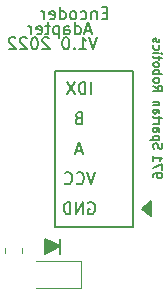
<source format=gbr>
%TF.GenerationSoftware,KiCad,Pcbnew,6.0.7-f9a2dced07~116~ubuntu20.04.1*%
%TF.CreationDate,2022-09-17T13:59:54-07:00*%
%TF.ProjectId,encoder_adapter,656e636f-6465-4725-9f61-646170746572,V1*%
%TF.SameCoordinates,Original*%
%TF.FileFunction,Legend,Bot*%
%TF.FilePolarity,Positive*%
%FSLAX46Y46*%
G04 Gerber Fmt 4.6, Leading zero omitted, Abs format (unit mm)*
G04 Created by KiCad (PCBNEW 6.0.7-f9a2dced07~116~ubuntu20.04.1) date 2022-09-17 13:59:54*
%MOMM*%
%LPD*%
G01*
G04 APERTURE LIST*
%ADD10C,0.150000*%
%ADD11C,0.120000*%
G04 APERTURE END LIST*
D10*
X125984000Y-108204000D02*
X125984000Y-94996000D01*
X132588000Y-94996000D02*
X132588000Y-108204000D01*
X126365000Y-109220000D02*
X126365000Y-110490000D01*
X132588000Y-108204000D02*
X129540000Y-108204000D01*
G36*
X126365000Y-109855000D02*
G01*
X125095000Y-110490000D01*
X125095000Y-109220000D01*
X126365000Y-109855000D01*
G37*
X126365000Y-109855000D02*
X125095000Y-110490000D01*
X125095000Y-109220000D01*
X126365000Y-109855000D01*
G36*
X134112000Y-107315000D02*
G01*
X133350000Y-106680000D01*
X134112000Y-106045000D01*
X134112000Y-107315000D01*
G37*
X134112000Y-107315000D02*
X133350000Y-106680000D01*
X134112000Y-106045000D01*
X134112000Y-107315000D01*
X129540000Y-108204000D02*
X125984000Y-108204000D01*
X125984000Y-94996000D02*
X132588000Y-94996000D01*
X129539523Y-92162380D02*
X129206190Y-93162380D01*
X128872857Y-92162380D01*
X128015714Y-93162380D02*
X128587142Y-93162380D01*
X128301428Y-93162380D02*
X128301428Y-92162380D01*
X128396666Y-92305238D01*
X128491904Y-92400476D01*
X128587142Y-92448095D01*
X127587142Y-93067142D02*
X127539523Y-93114761D01*
X127587142Y-93162380D01*
X127634761Y-93114761D01*
X127587142Y-93067142D01*
X127587142Y-93162380D01*
X126920476Y-92162380D02*
X126825238Y-92162380D01*
X126730000Y-92210000D01*
X126682380Y-92257619D01*
X126634761Y-92352857D01*
X126587142Y-92543333D01*
X126587142Y-92781428D01*
X126634761Y-92971904D01*
X126682380Y-93067142D01*
X126730000Y-93114761D01*
X126825238Y-93162380D01*
X126920476Y-93162380D01*
X127015714Y-93114761D01*
X127063333Y-93067142D01*
X127110952Y-92971904D01*
X127158571Y-92781428D01*
X127158571Y-92543333D01*
X127110952Y-92352857D01*
X127063333Y-92257619D01*
X127015714Y-92210000D01*
X126920476Y-92162380D01*
X125444285Y-92257619D02*
X125396666Y-92210000D01*
X125301428Y-92162380D01*
X125063333Y-92162380D01*
X124968095Y-92210000D01*
X124920476Y-92257619D01*
X124872857Y-92352857D01*
X124872857Y-92448095D01*
X124920476Y-92590952D01*
X125491904Y-93162380D01*
X124872857Y-93162380D01*
X124253809Y-92162380D02*
X124158571Y-92162380D01*
X124063333Y-92210000D01*
X124015714Y-92257619D01*
X123968095Y-92352857D01*
X123920476Y-92543333D01*
X123920476Y-92781428D01*
X123968095Y-92971904D01*
X124015714Y-93067142D01*
X124063333Y-93114761D01*
X124158571Y-93162380D01*
X124253809Y-93162380D01*
X124349047Y-93114761D01*
X124396666Y-93067142D01*
X124444285Y-92971904D01*
X124491904Y-92781428D01*
X124491904Y-92543333D01*
X124444285Y-92352857D01*
X124396666Y-92257619D01*
X124349047Y-92210000D01*
X124253809Y-92162380D01*
X123539523Y-92257619D02*
X123491904Y-92210000D01*
X123396666Y-92162380D01*
X123158571Y-92162380D01*
X123063333Y-92210000D01*
X123015714Y-92257619D01*
X122968095Y-92352857D01*
X122968095Y-92448095D01*
X123015714Y-92590952D01*
X123587142Y-93162380D01*
X122968095Y-93162380D01*
X122587142Y-92257619D02*
X122539523Y-92210000D01*
X122444285Y-92162380D01*
X122206190Y-92162380D01*
X122110952Y-92210000D01*
X122063333Y-92257619D01*
X122015714Y-92352857D01*
X122015714Y-92448095D01*
X122063333Y-92590952D01*
X122634761Y-93162380D01*
X122015714Y-93162380D01*
X134282523Y-103976571D02*
X134282523Y-103834476D01*
X134318047Y-103763428D01*
X134353571Y-103727904D01*
X134460142Y-103656857D01*
X134602238Y-103621333D01*
X134886428Y-103621333D01*
X134957476Y-103656857D01*
X134993000Y-103692380D01*
X135028523Y-103763428D01*
X135028523Y-103905523D01*
X134993000Y-103976571D01*
X134957476Y-104012095D01*
X134886428Y-104047619D01*
X134708809Y-104047619D01*
X134637761Y-104012095D01*
X134602238Y-103976571D01*
X134566714Y-103905523D01*
X134566714Y-103763428D01*
X134602238Y-103692380D01*
X134637761Y-103656857D01*
X134708809Y-103621333D01*
X135028523Y-103372666D02*
X135028523Y-102875333D01*
X134282523Y-103195047D01*
X134282523Y-102200380D02*
X134282523Y-102626666D01*
X134282523Y-102413523D02*
X135028523Y-102413523D01*
X134921952Y-102484571D01*
X134850904Y-102555619D01*
X134815380Y-102626666D01*
X128992190Y-96972380D02*
X128992190Y-95972380D01*
X128516000Y-96972380D02*
X128516000Y-95972380D01*
X128277904Y-95972380D01*
X128135047Y-96020000D01*
X128039809Y-96115238D01*
X127992190Y-96210476D01*
X127944571Y-96400952D01*
X127944571Y-96543809D01*
X127992190Y-96734285D01*
X128039809Y-96829523D01*
X128135047Y-96924761D01*
X128277904Y-96972380D01*
X128516000Y-96972380D01*
X127611238Y-95972380D02*
X126944571Y-96972380D01*
X126944571Y-95972380D02*
X127611238Y-96972380D01*
X128777904Y-106180000D02*
X128873142Y-106132380D01*
X129016000Y-106132380D01*
X129158857Y-106180000D01*
X129254095Y-106275238D01*
X129301714Y-106370476D01*
X129349333Y-106560952D01*
X129349333Y-106703809D01*
X129301714Y-106894285D01*
X129254095Y-106989523D01*
X129158857Y-107084761D01*
X129016000Y-107132380D01*
X128920761Y-107132380D01*
X128777904Y-107084761D01*
X128730285Y-107037142D01*
X128730285Y-106703809D01*
X128920761Y-106703809D01*
X128301714Y-107132380D02*
X128301714Y-106132380D01*
X127730285Y-107132380D01*
X127730285Y-106132380D01*
X127254095Y-107132380D02*
X127254095Y-106132380D01*
X127016000Y-106132380D01*
X126873142Y-106180000D01*
X126777904Y-106275238D01*
X126730285Y-106370476D01*
X126682666Y-106560952D01*
X126682666Y-106703809D01*
X126730285Y-106894285D01*
X126777904Y-106989523D01*
X126873142Y-107084761D01*
X127016000Y-107132380D01*
X127254095Y-107132380D01*
X134318047Y-101575095D02*
X134282523Y-101468523D01*
X134282523Y-101290904D01*
X134318047Y-101219857D01*
X134353571Y-101184333D01*
X134424619Y-101148809D01*
X134495666Y-101148809D01*
X134566714Y-101184333D01*
X134602238Y-101219857D01*
X134637761Y-101290904D01*
X134673285Y-101433000D01*
X134708809Y-101504047D01*
X134744333Y-101539571D01*
X134815380Y-101575095D01*
X134886428Y-101575095D01*
X134957476Y-101539571D01*
X134993000Y-101504047D01*
X135028523Y-101433000D01*
X135028523Y-101255380D01*
X134993000Y-101148809D01*
X134779857Y-100829095D02*
X134033857Y-100829095D01*
X134744333Y-100829095D02*
X134779857Y-100758047D01*
X134779857Y-100615952D01*
X134744333Y-100544904D01*
X134708809Y-100509380D01*
X134637761Y-100473857D01*
X134424619Y-100473857D01*
X134353571Y-100509380D01*
X134318047Y-100544904D01*
X134282523Y-100615952D01*
X134282523Y-100758047D01*
X134318047Y-100829095D01*
X134282523Y-99834428D02*
X134673285Y-99834428D01*
X134744333Y-99869952D01*
X134779857Y-99941000D01*
X134779857Y-100083095D01*
X134744333Y-100154142D01*
X134318047Y-99834428D02*
X134282523Y-99905476D01*
X134282523Y-100083095D01*
X134318047Y-100154142D01*
X134389095Y-100189666D01*
X134460142Y-100189666D01*
X134531190Y-100154142D01*
X134566714Y-100083095D01*
X134566714Y-99905476D01*
X134602238Y-99834428D01*
X134282523Y-99479190D02*
X134779857Y-99479190D01*
X134637761Y-99479190D02*
X134708809Y-99443666D01*
X134744333Y-99408142D01*
X134779857Y-99337095D01*
X134779857Y-99266047D01*
X134779857Y-99123952D02*
X134779857Y-98839761D01*
X135028523Y-99017380D02*
X134389095Y-99017380D01*
X134318047Y-98981857D01*
X134282523Y-98910809D01*
X134282523Y-98839761D01*
X134282523Y-98271380D02*
X134673285Y-98271380D01*
X134744333Y-98306904D01*
X134779857Y-98377952D01*
X134779857Y-98520047D01*
X134744333Y-98591095D01*
X134318047Y-98271380D02*
X134282523Y-98342428D01*
X134282523Y-98520047D01*
X134318047Y-98591095D01*
X134389095Y-98626619D01*
X134460142Y-98626619D01*
X134531190Y-98591095D01*
X134566714Y-98520047D01*
X134566714Y-98342428D01*
X134602238Y-98271380D01*
X134779857Y-97916142D02*
X134282523Y-97916142D01*
X134708809Y-97916142D02*
X134744333Y-97880619D01*
X134779857Y-97809571D01*
X134779857Y-97703000D01*
X134744333Y-97631952D01*
X134673285Y-97596428D01*
X134282523Y-97596428D01*
X128984047Y-91606666D02*
X128507857Y-91606666D01*
X129079285Y-91892380D02*
X128745952Y-90892380D01*
X128412619Y-91892380D01*
X127650714Y-91892380D02*
X127650714Y-90892380D01*
X127650714Y-91844761D02*
X127745952Y-91892380D01*
X127936428Y-91892380D01*
X128031666Y-91844761D01*
X128079285Y-91797142D01*
X128126904Y-91701904D01*
X128126904Y-91416190D01*
X128079285Y-91320952D01*
X128031666Y-91273333D01*
X127936428Y-91225714D01*
X127745952Y-91225714D01*
X127650714Y-91273333D01*
X126745952Y-91892380D02*
X126745952Y-91368571D01*
X126793571Y-91273333D01*
X126888809Y-91225714D01*
X127079285Y-91225714D01*
X127174523Y-91273333D01*
X126745952Y-91844761D02*
X126841190Y-91892380D01*
X127079285Y-91892380D01*
X127174523Y-91844761D01*
X127222142Y-91749523D01*
X127222142Y-91654285D01*
X127174523Y-91559047D01*
X127079285Y-91511428D01*
X126841190Y-91511428D01*
X126745952Y-91463809D01*
X126269761Y-91225714D02*
X126269761Y-92225714D01*
X126269761Y-91273333D02*
X126174523Y-91225714D01*
X125984047Y-91225714D01*
X125888809Y-91273333D01*
X125841190Y-91320952D01*
X125793571Y-91416190D01*
X125793571Y-91701904D01*
X125841190Y-91797142D01*
X125888809Y-91844761D01*
X125984047Y-91892380D01*
X126174523Y-91892380D01*
X126269761Y-91844761D01*
X125507857Y-91225714D02*
X125126904Y-91225714D01*
X125365000Y-90892380D02*
X125365000Y-91749523D01*
X125317380Y-91844761D01*
X125222142Y-91892380D01*
X125126904Y-91892380D01*
X124412619Y-91844761D02*
X124507857Y-91892380D01*
X124698333Y-91892380D01*
X124793571Y-91844761D01*
X124841190Y-91749523D01*
X124841190Y-91368571D01*
X124793571Y-91273333D01*
X124698333Y-91225714D01*
X124507857Y-91225714D01*
X124412619Y-91273333D01*
X124365000Y-91368571D01*
X124365000Y-91463809D01*
X124841190Y-91559047D01*
X123936428Y-91892380D02*
X123936428Y-91225714D01*
X123936428Y-91416190D02*
X123888809Y-91320952D01*
X123841190Y-91273333D01*
X123745952Y-91225714D01*
X123650714Y-91225714D01*
X129349333Y-103592380D02*
X129016000Y-104592380D01*
X128682666Y-103592380D01*
X127777904Y-104497142D02*
X127825523Y-104544761D01*
X127968380Y-104592380D01*
X128063619Y-104592380D01*
X128206476Y-104544761D01*
X128301714Y-104449523D01*
X128349333Y-104354285D01*
X128396952Y-104163809D01*
X128396952Y-104020952D01*
X128349333Y-103830476D01*
X128301714Y-103735238D01*
X128206476Y-103640000D01*
X128063619Y-103592380D01*
X127968380Y-103592380D01*
X127825523Y-103640000D01*
X127777904Y-103687619D01*
X126777904Y-104497142D02*
X126825523Y-104544761D01*
X126968380Y-104592380D01*
X127063619Y-104592380D01*
X127206476Y-104544761D01*
X127301714Y-104449523D01*
X127349333Y-104354285D01*
X127396952Y-104163809D01*
X127396952Y-104020952D01*
X127349333Y-103830476D01*
X127301714Y-103735238D01*
X127206476Y-103640000D01*
X127063619Y-103592380D01*
X126968380Y-103592380D01*
X126825523Y-103640000D01*
X126777904Y-103687619D01*
X134282523Y-96281952D02*
X134637761Y-96530619D01*
X134282523Y-96708238D02*
X135028523Y-96708238D01*
X135028523Y-96424047D01*
X134993000Y-96353000D01*
X134957476Y-96317476D01*
X134886428Y-96281952D01*
X134779857Y-96281952D01*
X134708809Y-96317476D01*
X134673285Y-96353000D01*
X134637761Y-96424047D01*
X134637761Y-96708238D01*
X134282523Y-95855666D02*
X134318047Y-95926714D01*
X134353571Y-95962238D01*
X134424619Y-95997761D01*
X134637761Y-95997761D01*
X134708809Y-95962238D01*
X134744333Y-95926714D01*
X134779857Y-95855666D01*
X134779857Y-95749095D01*
X134744333Y-95678047D01*
X134708809Y-95642523D01*
X134637761Y-95607000D01*
X134424619Y-95607000D01*
X134353571Y-95642523D01*
X134318047Y-95678047D01*
X134282523Y-95749095D01*
X134282523Y-95855666D01*
X134282523Y-95287285D02*
X135028523Y-95287285D01*
X134744333Y-95287285D02*
X134779857Y-95216238D01*
X134779857Y-95074142D01*
X134744333Y-95003095D01*
X134708809Y-94967571D01*
X134637761Y-94932047D01*
X134424619Y-94932047D01*
X134353571Y-94967571D01*
X134318047Y-95003095D01*
X134282523Y-95074142D01*
X134282523Y-95216238D01*
X134318047Y-95287285D01*
X134282523Y-94505761D02*
X134318047Y-94576809D01*
X134353571Y-94612333D01*
X134424619Y-94647857D01*
X134637761Y-94647857D01*
X134708809Y-94612333D01*
X134744333Y-94576809D01*
X134779857Y-94505761D01*
X134779857Y-94399190D01*
X134744333Y-94328142D01*
X134708809Y-94292619D01*
X134637761Y-94257095D01*
X134424619Y-94257095D01*
X134353571Y-94292619D01*
X134318047Y-94328142D01*
X134282523Y-94399190D01*
X134282523Y-94505761D01*
X134779857Y-94043952D02*
X134779857Y-93759761D01*
X135028523Y-93937380D02*
X134389095Y-93937380D01*
X134318047Y-93901857D01*
X134282523Y-93830809D01*
X134282523Y-93759761D01*
X134282523Y-93511095D02*
X134779857Y-93511095D01*
X135028523Y-93511095D02*
X134993000Y-93546619D01*
X134957476Y-93511095D01*
X134993000Y-93475571D01*
X135028523Y-93511095D01*
X134957476Y-93511095D01*
X134318047Y-92836142D02*
X134282523Y-92907190D01*
X134282523Y-93049285D01*
X134318047Y-93120333D01*
X134353571Y-93155857D01*
X134424619Y-93191380D01*
X134637761Y-93191380D01*
X134708809Y-93155857D01*
X134744333Y-93120333D01*
X134779857Y-93049285D01*
X134779857Y-92907190D01*
X134744333Y-92836142D01*
X134318047Y-92551952D02*
X134282523Y-92480904D01*
X134282523Y-92338809D01*
X134318047Y-92267761D01*
X134389095Y-92232238D01*
X134424619Y-92232238D01*
X134495666Y-92267761D01*
X134531190Y-92338809D01*
X134531190Y-92445380D01*
X134566714Y-92516428D01*
X134637761Y-92551952D01*
X134673285Y-92551952D01*
X134744333Y-92516428D01*
X134779857Y-92445380D01*
X134779857Y-92338809D01*
X134744333Y-92267761D01*
X128254095Y-101766666D02*
X127777904Y-101766666D01*
X128349333Y-102052380D02*
X128016000Y-101052380D01*
X127682666Y-102052380D01*
X127944571Y-98988571D02*
X127801714Y-99036190D01*
X127754095Y-99083809D01*
X127706476Y-99179047D01*
X127706476Y-99321904D01*
X127754095Y-99417142D01*
X127801714Y-99464761D01*
X127896952Y-99512380D01*
X128277904Y-99512380D01*
X128277904Y-98512380D01*
X127944571Y-98512380D01*
X127849333Y-98560000D01*
X127801714Y-98607619D01*
X127754095Y-98702857D01*
X127754095Y-98798095D01*
X127801714Y-98893333D01*
X127849333Y-98940952D01*
X127944571Y-98988571D01*
X128277904Y-98988571D01*
X130373095Y-90098571D02*
X130039761Y-90098571D01*
X129896904Y-90622380D02*
X130373095Y-90622380D01*
X130373095Y-89622380D01*
X129896904Y-89622380D01*
X129468333Y-89955714D02*
X129468333Y-90622380D01*
X129468333Y-90050952D02*
X129420714Y-90003333D01*
X129325476Y-89955714D01*
X129182619Y-89955714D01*
X129087380Y-90003333D01*
X129039761Y-90098571D01*
X129039761Y-90622380D01*
X128135000Y-90574761D02*
X128230238Y-90622380D01*
X128420714Y-90622380D01*
X128515952Y-90574761D01*
X128563571Y-90527142D01*
X128611190Y-90431904D01*
X128611190Y-90146190D01*
X128563571Y-90050952D01*
X128515952Y-90003333D01*
X128420714Y-89955714D01*
X128230238Y-89955714D01*
X128135000Y-90003333D01*
X127563571Y-90622380D02*
X127658809Y-90574761D01*
X127706428Y-90527142D01*
X127754047Y-90431904D01*
X127754047Y-90146190D01*
X127706428Y-90050952D01*
X127658809Y-90003333D01*
X127563571Y-89955714D01*
X127420714Y-89955714D01*
X127325476Y-90003333D01*
X127277857Y-90050952D01*
X127230238Y-90146190D01*
X127230238Y-90431904D01*
X127277857Y-90527142D01*
X127325476Y-90574761D01*
X127420714Y-90622380D01*
X127563571Y-90622380D01*
X126373095Y-90622380D02*
X126373095Y-89622380D01*
X126373095Y-90574761D02*
X126468333Y-90622380D01*
X126658809Y-90622380D01*
X126754047Y-90574761D01*
X126801666Y-90527142D01*
X126849285Y-90431904D01*
X126849285Y-90146190D01*
X126801666Y-90050952D01*
X126754047Y-90003333D01*
X126658809Y-89955714D01*
X126468333Y-89955714D01*
X126373095Y-90003333D01*
X125515952Y-90574761D02*
X125611190Y-90622380D01*
X125801666Y-90622380D01*
X125896904Y-90574761D01*
X125944523Y-90479523D01*
X125944523Y-90098571D01*
X125896904Y-90003333D01*
X125801666Y-89955714D01*
X125611190Y-89955714D01*
X125515952Y-90003333D01*
X125468333Y-90098571D01*
X125468333Y-90193809D01*
X125944523Y-90289047D01*
X125039761Y-90622380D02*
X125039761Y-89955714D01*
X125039761Y-90146190D02*
X124992142Y-90050952D01*
X124944523Y-90003333D01*
X124849285Y-89955714D01*
X124754047Y-89955714D01*
D11*
%TO.C,R1*%
X121693000Y-110008936D02*
X121693000Y-110463064D01*
X123163000Y-110008936D02*
X123163000Y-110463064D01*
%TO.C,D1*%
X128190489Y-113403000D02*
X124305489Y-113403000D01*
X128190489Y-111133000D02*
X128190489Y-113403000D01*
X124305489Y-111133000D02*
X128190489Y-111133000D01*
%TD*%
M02*

</source>
